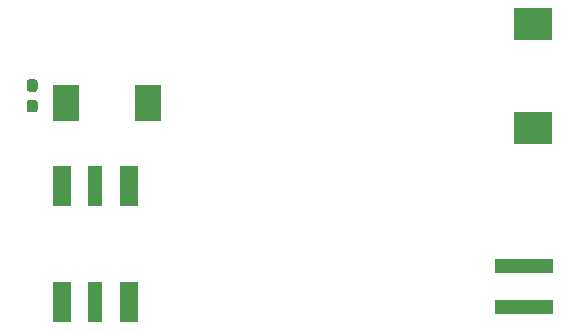
<source format=gtp>
G04 #@! TF.GenerationSoftware,KiCad,Pcbnew,(5.1.6-0)*
G04 #@! TF.CreationDate,2022-02-03T18:07:08-05:00*
G04 #@! TF.ProjectId,HPF_test_01,4850465f-7465-4737-945f-30312e6b6963,rev?*
G04 #@! TF.SameCoordinates,Original*
G04 #@! TF.FileFunction,Paste,Top*
G04 #@! TF.FilePolarity,Positive*
%FSLAX46Y46*%
G04 Gerber Fmt 4.6, Leading zero omitted, Abs format (unit mm)*
G04 Created by KiCad (PCBNEW (5.1.6-0)) date 2022-02-03 18:07:08*
%MOMM*%
%LPD*%
G01*
G04 APERTURE LIST*
%ADD10R,1.620000X3.375000*%
%ADD11R,1.200000X3.375000*%
%ADD12R,5.000000X1.300000*%
%ADD13R,3.200000X2.750000*%
%ADD14R,2.200000X3.150000*%
G04 APERTURE END LIST*
D10*
X115616000Y-90340000D03*
D11*
X112776000Y-90340000D03*
D10*
X109936000Y-90340000D03*
X109936000Y-100160000D03*
D11*
X112776000Y-100160000D03*
D10*
X115616000Y-100160000D03*
D12*
X149098000Y-100556000D03*
X149098000Y-97056000D03*
D13*
X149860000Y-76626000D03*
X149860000Y-85426000D03*
D14*
X117292000Y-83312000D03*
X110292000Y-83312000D03*
G36*
G01*
X107204500Y-83041000D02*
X107679500Y-83041000D01*
G75*
G02*
X107917000Y-83278500I0J-237500D01*
G01*
X107917000Y-83853500D01*
G75*
G02*
X107679500Y-84091000I-237500J0D01*
G01*
X107204500Y-84091000D01*
G75*
G02*
X106967000Y-83853500I0J237500D01*
G01*
X106967000Y-83278500D01*
G75*
G02*
X107204500Y-83041000I237500J0D01*
G01*
G37*
G36*
G01*
X107204500Y-81291000D02*
X107679500Y-81291000D01*
G75*
G02*
X107917000Y-81528500I0J-237500D01*
G01*
X107917000Y-82103500D01*
G75*
G02*
X107679500Y-82341000I-237500J0D01*
G01*
X107204500Y-82341000D01*
G75*
G02*
X106967000Y-82103500I0J237500D01*
G01*
X106967000Y-81528500D01*
G75*
G02*
X107204500Y-81291000I237500J0D01*
G01*
G37*
M02*

</source>
